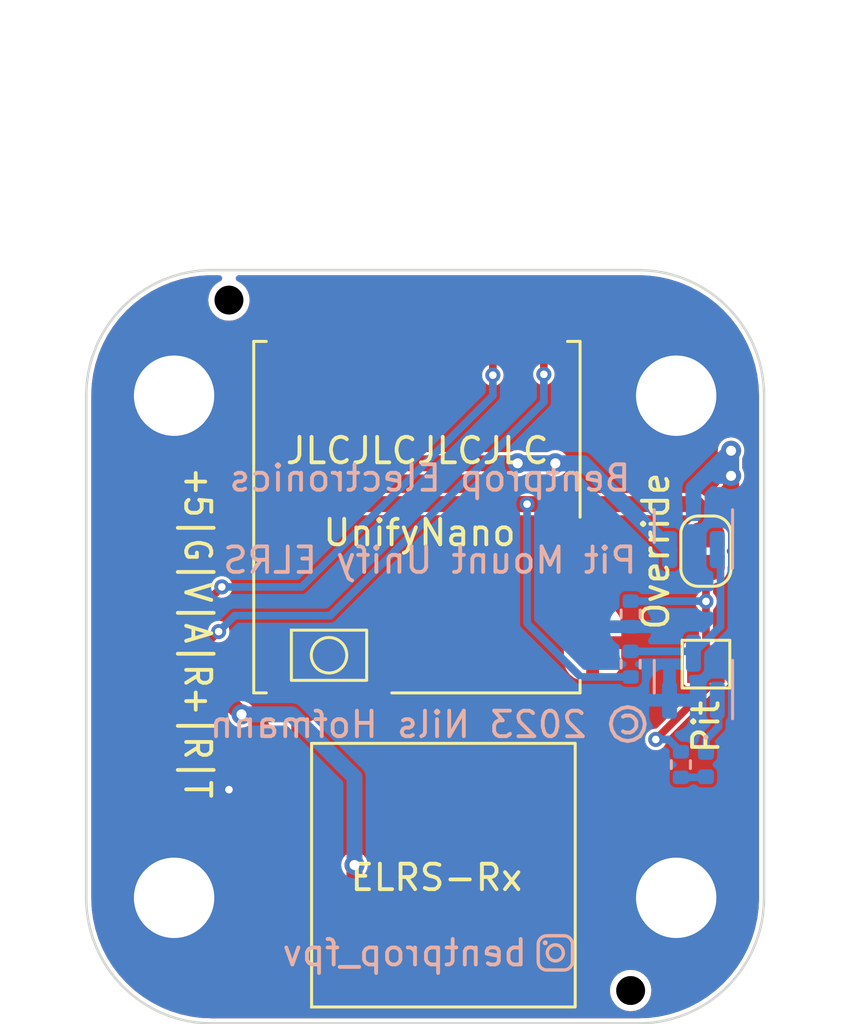
<source format=kicad_pcb>
(kicad_pcb (version 20221018) (generator pcbnew)
  (layers (0 "F.Cu" signal) (31 "B.Cu" signal) (34 "B.Paste" user) (35 "F.Paste" user) (36 "B.SilkS" user "B.Silkscreen") (37 "F.SilkS" user "F.Silkscreen") (38 "B.Mask" user) (39 "F.Mask" user) (44 "Edge.Cuts" user))
  (net 0 "")
  (net 1 "+5V")
  (net 2 "GND")
  (net 3 "/Vid")
  (net 4 "/SA")
  (net 5 "/RX+5V")
  (net 6 "/RX")
  (net 7 "/TX")
  (net 8 "Net-(JP1-Pad2)")
  (net 10 "Net-(Q1-Pad3)")
  (net 11 "Net-(D1-Pad1)")
  (net 12 "Net-(D1-Pad2)")
  (net 13 "/VTXPwr")
  (footprint "PitMount:ELRS-Rx" (layer "F.Cu") (at 144.291501 115.155 90)
    (fp_text reference "U2" hide)
    (fp_text value "ELRS-Rx" (at 5.154991 4.970507 unlocked) (layer "F.SilkS") (effects (font (size 1.016 1.016) (thickness 0.1524))))
    (fp_rect (start 0 0) (end 10.499999 10.499999) (stroke (width 0.12)) (fill none) (layer "F.SilkS"))
    (pad "1" connect roundrect (at 1.5 -1 180) (size 2.286 1.27) (layers "F.Cu" "F.Mask") (net 2 "GND"))
    (pad "2" connect roundrect (at 4 -1 180) (size 2.286 1.27) (layers "F.Cu" "F.Mask") (net 5 "/RX+5V"))
    (pad "3" connect roundrect (at 6.5 -1 180) (size 2.286 1.27) (layers "F.Cu" "F.Mask") (net 7 "/TX"))
    (pad "4" connect roundrect (at 9 -1 180) (size 2.286 1.27) (layers "F.Cu" "F.Mask") (net 6 "/RX"))
  )
  (footprint "Jumper:SolderJumper-2_P1.3mm_Open_RoundedPad1.0x1.5mm" (layer "F.Cu") (at 160 97 -90)
    (fp_text reference "JP1" hide)
    (fp_text value "SolderJumper_2_Open")
    (fp_line (start -1.4 0.3) (end -1.4 -0.3) (stroke (width 0.12)) (layer "F.SilkS"))
    (fp_line (start -0.7 -1) (end 0.7 -1) (stroke (width 0.12)) (layer "F.SilkS"))
    (fp_line (start 0.7 1) (end -0.7 1) (stroke (width 0.12)) (layer "F.SilkS"))
    (fp_line (start 1.4 -0.3) (end 1.4 0.3) (stroke (width 0.12)) (layer "F.SilkS"))
    (fp_arc (start -1.4 -0.3) (mid -1.194975 -0.794975) (end -0.7 -1) (stroke (width 0.12)) (layer "F.SilkS"))
    (fp_arc (start -0.7 1) (mid -1.194975 0.794975) (end -1.4 0.3) (stroke (width 0.12)) (layer "F.SilkS"))
    (fp_arc (start 0.7 -1) (mid 1.194975 -0.794975) (end 1.4 -0.3) (stroke (width 0.12)) (layer "F.SilkS"))
    (fp_arc (start 1.4 0.3) (mid 1.194975 0.794975) (end 0.7 1) (stroke (width 0.12)) (layer "F.SilkS"))
    (pad "1" smd custom (at -0.65 0 270) (size 1 0.5) (layers "F.Cu" "F.Mask") (net 1 "+5V") (options (clearance outline) (anchor rect)) (primitives (gr_circle (center 0 0.25) (end 0.5 0.25) (width 0) (fill yes)) (gr_circle (center 0 -0.25) (end 0.5 -0.25) (width 0) (fill yes)) (gr_poly (pts (xy 0.5 0.75) (xy 0 0.75) (xy 0 -0.75) (xy 0.5 -0.75)) (width 0) (fill yes))))
    (pad "2" smd custom (at 0.65 0 270) (size 1 0.5) (layers "F.Cu" "F.Mask") (net 8 "Net-(JP1-Pad2)") (options (clearance outline) (anchor rect)) (primitives (gr_circle (center 0 0.25) (end 0.5 0.25) (width 0) (fill yes)) (gr_circle (center 0 -0.25) (end 0.5 -0.25) (width 0) (fill yes)) (gr_poly (pts (xy 0 0.75) (xy -0.5 0.75) (xy -0.5 -0.75) (xy 0 -0.75)) (width 0) (fill yes))))
  )
  (footprint "PitMount:Tooling Hole" (layer "F.Cu") (at 141 87)
    (fp_text reference "H5" hide)
    (fp_text value "Tooling_Hole")
    (pad "" np_thru_hole circle (at 0 0) (size 1.152 1.152) (drill 1.152) (layers "*.Mask"))
  )
  (footprint "PitMount:3.2mm_PTH" (layer "F.Cu") (at 158.814 90.808)
    (fp_text reference "H2" hide)
    (fp_text value "MountingHole_Pad")
    (pad "1" thru_hole circle locked (at 0 0) (size 3.7 3.7) (drill 3.2) (layers "*.Cu" "*.Mask") (net 2 "GND"))
  )
  (footprint "TestPoint:TestPoint_Pad_1.5x1.5mm" (layer "F.Cu") (at 160 101.5 90)
    (fp_text reference "TP1" hide)
    (fp_text value "TestPoint")
    (fp_line (start -0.95 -0.95) (end 0.95 -0.95) (stroke (width 0.12)) (layer "F.SilkS"))
    (fp_line (start -0.95 0.95) (end -0.95 -0.95) (stroke (width 0.12)) (layer "F.SilkS"))
    (fp_line (start 0.95 -0.95) (end 0.95 0.95) (stroke (width 0.12)) (layer "F.SilkS"))
    (fp_line (start 0.95 0.95) (end -0.95 0.95) (stroke (width 0.12)) (layer "F.SilkS"))
    (pad "1" smd rect (at 0 0 90) (size 1.5 1.5) (layers "F.Cu" "F.Mask") (net 8 "Net-(JP1-Pad2)"))
  )
  (footprint "PitMount:3.2mm_PTH" (layer "F.Cu") (at 138.814 90.808)
    (fp_text reference "H1" hide)
    (fp_text value "MountingHole_Pad")
    (pad "1" thru_hole circle locked (at 0 0) (size 3.7 3.7) (drill 3.2) (layers "*.Cu" "*.Mask") (net 2 "GND"))
  )
  (footprint "PitMount:3.2mm_PTH" (layer "F.Cu") (at 158.814 110.808)
    (fp_text reference "H4" hide)
    (fp_text value "MountingHole_Pad")
    (pad "1" thru_hole circle locked (at 0 0) (size 3.7 3.7) (drill 3.2) (layers "*.Cu" "*.Mask") (net 2 "GND"))
  )
  (footprint "PitMount:3.2mm_PTH" (layer "F.Cu") (at 138.814 110.808)
    (fp_text reference "H3" hide)
    (fp_text value "MountingHole_Pad")
    (pad "1" thru_hole circle locked (at 0 0) (size 3.7 3.7) (drill 3.2) (layers "*.Cu" "*.Mask") (net 2 "GND"))
  )
  (footprint "PitMount:Tooling Hole" (layer "F.Cu") (at 157 114.5)
    (fp_text reference "H6" hide)
    (fp_text value "Tooling_Hole")
    (pad "" np_thru_hole circle (at 0 0) (size 1.152 1.152) (drill 1.152) (layers "*.Mask"))
  )
  (footprint "PitMount:VTXConn" (layer "F.Cu") (at 137.544 95.126)
    (fp_text reference "J1" hide)
    (fp_text value "Conn_01x07")
    (pad "1" smd roundrect (at 0 0) (size 2.286 1.524) (layers "F.Cu" "F.Mask") (net 1 "+5V"))
    (pad "2" smd roundrect (at 0 1.905) (size 2.286 1.524) (layers "F.Cu" "F.Mask") (net 2 "GND"))
    (pad "3" smd roundrect (at 0 3.81) (size 2.286 1.524) (layers "F.Cu" "F.Mask") (net 3 "/Vid"))
    (pad "4" smd roundrect (at 0 5.715) (size 2.286 1.524) (layers "F.Cu" "F.Mask") (net 4 "/SA"))
    (pad "5" smd roundrect (at 0 7.62) (size 2.286 1.524) (layers "F.Cu" "F.Mask") (net 5 "/RX+5V"))
    (pad "6" smd roundrect (at 0 9.525) (size 2.286 1.524) (layers "F.Cu" "F.Mask") (net 6 "/RX"))
    (pad "7" smd roundrect (at 0 11.43) (size 2.286 1.524) (layers "F.Cu" "F.Mask") (net 7 "/TX"))
  )
  (footprint "PitMount:UnifyNano" (layer "F.Cu") (at 141.986 88.646)
    (fp_text reference "U1" hide)
    (fp_text value "UnifyNano" (at 6.604 7.62 unlocked) (layer "F.SilkS") (effects (font (size 1.016 1.016) (thickness 0.1524))))
    (fp_line (start 0 0) (end 0 14) (stroke (width 0.12)) (layer "F.SilkS"))
    (fp_line (start 0 0) (end 0.5 0) (stroke (width 0.12)) (layer "F.SilkS"))
    (fp_line (start 0 14) (end 0.5 14) (stroke (width 0.12)) (layer "F.SilkS"))
    (fp_line (start 5.5 14) (end 13 14) (stroke (width 0.12)) (layer "F.SilkS"))
    (fp_line (start 12.5 0) (end 13 0) (stroke (width 0.12)) (layer "F.SilkS"))
    (fp_line (start 13 7) (end 13 0) (stroke (width 0.12)) (layer "F.SilkS"))
    (fp_line (start 13 14) (end 13 13.5) (stroke (width 0.12)) (layer "F.SilkS"))
    (fp_rect (start 1.5 11.5) (end 4.5 13.5) (stroke (width 0.12)) (fill none) (layer "F.SilkS"))
    (fp_circle (center 3 12.5) (end 3.5 12) (stroke (width 0.12)) (fill none) (layer "F.SilkS"))
    (pad "1" smd roundrect (at 1.5 -1 90) (size 2.286 1.27) (layers "F.Cu" "F.Mask") (net 13 "/VTXPwr"))
    (pad "2" smd roundrect (at 3.5 -1 90) (size 2.286 1.27) (layers "F.Cu" "F.Mask") (net 2 "GND"))
    (pad "3" smd roundrect (at 5.5 -1 90) (size 2.286 1.27) (layers "F.Cu" "F.Mask"))
    (pad "4" smd roundrect (at 7.5 -1 90) (size 2.286 1.27) (layers "F.Cu" "F.Mask") (net 2 "GND"))
    (pad "5" smd roundrect (at 9.5 -1 90) (size 2.286 1.27) (layers "F.Cu" "F.Mask") (net 3 "/Vid"))
    (pad "6" smd roundrect (at 11.5 -1 90) (size 2.286 1.27) (layers "F.Cu" "F.Mask") (net 4 "/SA"))
    (pad "7" connect roundrect (at 1.75 14.5) (size 1.5 1.27) (layers "F.Cu" "F.Mask") (net 2 "GND"))
    (pad "8" connect roundrect (at 4.25 14.5) (size 1.5 1.27) (layers "F.Cu" "F.Mask") (net 2 "GND"))
    (pad "9" connect roundrect (at 13.5 12) (size 1.27 2) (layers "F.Cu" "F.Mask") (net 2 "GND"))
    (pad "10" connect roundrect (at 13.5 8.5) (size 1.27 2) (layers "F.Cu" "F.Mask"))
  )
  (footprint "LED_SMD:LED_0402_1005Metric" (layer "B.Cu") (at 160 105.5 -90)
    (fp_text reference "D1" hide)
    (fp_text value "2SA0402S11A0JT01" hide)
    (fp_circle (center -1.09 0) (end -1.04 0) (stroke (width 0.1)) (fill none) (layer "B.SilkS"))
    (pad "1" smd roundrect (at -0.485 0 270) (size 0.59 0.64) (layers "B.Cu" "B.Paste" "B.Mask") (net 11 "Net-(D1-Pad1)"))
    (pad "2" smd roundrect (at 0.485 0 270) (size 0.59 0.64) (layers "B.Cu" "B.Paste" "B.Mask") (net 12 "Net-(D1-Pad2)"))
  )
  (footprint "LOGO" (layer "B.Cu") (at 154 113 180)
    (fp_text reference "G***" hide)
    (fp_text value "LOGO" hide)
    (fp_poly (pts (xy 0.429682 0.494921) (xy 0.44871 0.48697) (xy 0.465834 0.475096) (xy 0.480315 0.459526) (xy 0.49141 0.440484) (xy 0.498379 0.418198) (xy 0.49858 0.417141) (xy 0.499736 0.395537) (xy 0.495645 0.374209) (xy 0.486878 0.354114) (xy 0.474009 0.336207) (xy 0.45761 0.321444) (xy 0.438254 0.310779) (xy 0.433848 0.309143) (xy 0.41736 0.305686) (xy 0.398452 0.305089) (xy 0.379782 0.307286) (xy 0.367293 0.310818) (xy 0.348046 0.321188) (xy 0.331732 0.33583) (xy 0.31889 0.353736) (xy 0.310059 0.373895) (xy 0.305781 0.395297) (xy 0.306594 0.416933) (xy 0.307672 0.422326) (xy 0.312103 0.437755) (xy 0.317922 0.450042) (xy 0.326519 0.461802) (xy 0.331952 0.467929) (xy 0.349373 0.48298) (xy 0.368598 0.492979) (xy 0.388885 0.498152) (xy 0.409494 0.498724)) (fill solid) (layer "B.SilkS"))
    (fp_poly (pts (xy 0.047835 0.383481) (xy 0.093736 0.374988) (xy 0.135941 0.36186) (xy 0.178088 0.342939) (xy 0.217506 0.319131) (xy 0.253786 0.29089) (xy 0.286516 0.25867) (xy 0.315287 0.222927) (xy 0.339688 0.184114) (xy 0.359307 0.142687) (xy 0.373735 0.099099) (xy 0.373904 0.098451) (xy 0.382968 0.052541) (xy 0.386405 0.00675) (xy 0.384432 -0.038502) (xy 0.377266 -0.082796) (xy 0.365123 -0.125713) (xy 0.348221 -0.166833) (xy 0.326777 -0.205736) (xy 0.301007 -0.242003) (xy 0.271129 -0.275215) (xy 0.237358 -0.304951) (xy 0.199913 -0.330793) (xy 0.159009 -0.352321) (xy 0.135941 -0.361861) (xy 0.095549 -0.374377) (xy 0.053084 -0.382561) (xy 0.01001 -0.386258) (xy -0.032207 -0.385313) (xy -0.057134 -0.382356) (xy -0.10339 -0.372174) (xy -0.147228 -0.356936) (xy -0.188346 -0.336991) (xy -0.226447 -0.312685) (xy -0.26123 -0.284366) (xy -0.292395 -0.252382) (xy -0.319643 -0.217081) (xy -0.342675 -0.17881) (xy -0.36119 -0.137918) (xy -0.374889 -0.094751) (xy -0.383472 -0.049657) (xy -0.38664 -0.002985) (xy -0.386652 0) (xy -0.25026 0) (xy -0.250196 -0.018363) (xy -0.249904 -0.032194) (xy -0.249236 -0.04282) (xy -0.248039 -0.05157) (xy -0.246166 -0.059769) (xy -0.243465 -0.068747) (xy -0.241987 -0.07325) (xy -0.231661 -0.100818) (xy -0.219988 -0.124506) (xy -0.205862 -0.14629) (xy -0.190274 -0.165746) (xy -0.16447 -0.191235) (xy -0.134598 -0.213137) (xy -0.101597 -0.230907) (xy -0.066406 -0.244001) (xy -0.046688 -0.248964) (xy -0.038904 -0.249911) (xy -0.026803 -0.250574) (xy -0.011923 -0.2509) (xy 0.004197 -0.250839) (xy 0.007325 -0.250778) (xy 0.024772 -0.250263) (xy 0.038072 -0.249443) (xy 0.048937 -0.24807) (xy 0.059079 -0.245892) (xy 0.070211 -0.242661) (xy 0.07618 -0.240738) (xy 0.112195 -0.225943) (xy 0.144957 -0.206396) (xy 0.174143 -0.182418) (xy 0.199431 -0.154331) (xy 0.2205 -0.122455) (xy 0.237029 -0.087112) (xy 0.240954 -0.07618) (xy 0.244436 -0.065549) (xy 0.246925 -0.056779) (xy 0.248587 -0.048515) (xy 0.24959 -0.039402) (xy 0.250098 -0.028085) (xy 0.250279 -0.013209) (xy 0.250299 0) (xy 0.250249 0.018161) (xy 0.249987 0.031819) (xy 0.249347 0.042326) (xy 0.248162 0.05104) (xy 0.246267 0.059314) (xy 0.243495 0.068503) (xy 0.240954 0.076179) (xy 0.225731 0.11274) (xy 0.205838 0.145795) (xy 0.181397 0.175194) (xy 0.15253 0.200786) (xy 0.12599 0.218619) (xy 0.112709 0.225664) (xy 0.096659 0.233008) (xy 0.080715 0.239364) (xy 0.07618 0.240953) (xy 0.065549 0.244435) (xy 0.056779 0.246924) (xy 0.048515 0.248587) (xy 0.039402 0.249589) (xy 0.028085 0.250097) (xy 0.013209 0.250278) (xy 0 0.250299) (xy -0.018161 0.250248) (xy -0.031819 0.249986) (xy -0.042326 0.249346) (xy -0.05104 0.248161) (xy -0.059314 0.246266) (xy -0.068503 0.243494) (xy -0.076179 0.240953) (xy -0.11143 0.22628) (xy -0.143952 0.207029) (xy -0.172908 0.183751) (xy -0.190274 0.165745) (xy -0.207523 0.143992) (xy -0.221333 0.122099) (xy -0.23281 0.09809) (xy -0.241987 0.073249) (xy -0.245096 0.063515) (xy -0.247313 0.055139) (xy -0.248787 0.046793) (xy -0.249668 0.03715) (xy -0.250105 0.024882) (xy -0.25025 0.008662) (xy -0.25026 0) (xy -0.386652 0) (xy -0.383799 0.046454) (xy -0.375436 0.091673) (xy -0.361856 0.135234) (xy -0.343352 0.176713) (xy -0.320217 0.215687) (xy -0.292745 0.251734) (xy -0.261228 0.284429) (xy -0.22596 0.31335) (xy -0.187235 0.338074) (xy -0.145344 0.358178) (xy -0.13594 0.36186) (xy -0.091217 0.375605) (xy -0.045264 0.38379) (xy 0.001294 0.386415)) (fill solid) (layer "B.SilkS"))
    (fp_poly (pts (xy 0.042188 0.750545) (xy 0.084724 0.750461) (xy 0.126368 0.75032) (xy 0.166669 0.750123) (xy 0.205179 0.74987) (xy 0.241446 0.74956) (xy 0.275021 0.749193) (xy 0.305453 0.74877) (xy 0.332293 0.748289) (xy 0.35509 0.747753) (xy 0.373394 0.747159) (xy 0.386755 0.746509) (xy 0.394723 0.745803) (xy 0.394907 0.745776) (xy 0.44314 0.735676) (xy 0.489019 0.720394) (xy 0.532234 0.70024) (xy 0.572475 0.675524) (xy 0.609432 0.646557) (xy 0.642795 0.613648) (xy 0.672254 0.577108) (xy 0.697498 0.537246) (xy 0.718218 0.494373) (xy 0.734104 0.448799) (xy 0.744844 0.400833) (xy 0.745777 0.394906) (xy 0.746485 0.387145) (xy 0.747137 0.373974) (xy 0.747733 0.355843) (xy 0.748272 0.333203) (xy 0.748754 0.306504) (xy 0.74918 0.276195) (xy 0.749549 0.242728) (xy 0.749861 0.206551) (xy 0.750117 0.168116) (xy 0.750316 0.127872) (xy 0.750459 0.08627) (xy 0.750545 0.043759) (xy 0.750574 0.000789) (xy 0.750547 -0.042188) (xy 0.750463 -0.084724) (xy 0.750322 -0.126368) (xy 0.750125 -0.166669) (xy 0.749871 -0.205179) (xy 0.749561 -0.241446) (xy 0.749194 -0.275021) (xy 0.748771 -0.305453) (xy 0.74829 -0.332293) (xy 0.747754 -0.35509) (xy 0.74716 -0.373394) (xy 0.74651 -0.386755) (xy 0.745804 -0.394723) (xy 0.745777 -0.394907) (xy 0.735677 -0.44314) (xy 0.720395 -0.489019) (xy 0.700241 -0.532234) (xy 0.675525 -0.572475) (xy 0.646558 -0.609432) (xy 0.613649 -0.642795) (xy 0.577109 -0.672254) (xy 0.537247 -0.697498) (xy 0.494374 -0.718218) (xy 0.4488 -0.734104) (xy 0.400834 -0.744844) (xy 0.394907 -0.745777) (xy 0.387589 -0.746422) (xy 0.374873 -0.747017) (xy 0.357204 -0.747559) (xy 0.335026 -0.74805) (xy 0.308782 -0.748489) (xy 0.278917 -0.748877) (xy 0.245875 -0.749213) (xy 0.210099 -0.749498) (xy 0.172034 -0.749732) (xy 0.132124 -0.749914) (xy 0.090812 -0.750045) (xy 0.048542 -0.750125) (xy 0.005759 -0.750154) (xy -0.037094 -0.750132) (xy -0.079572 -0.750059) (xy -0.121232 -0.749935) (xy -0.161629 -0.749761) (xy -0.20032 -0.749535) (xy -0.236861 -0.749259) (xy -0.270808 -0.748932) (xy -0.301716 -0.748554) (xy -0.329142 -0.748126) (xy -0.352642 -0.747647) (xy -0.371772 -0.747118) (xy -0.386087 -0.746539) (xy -0.395145 -0.745909) (xy -0.397012 -0.745673) (xy -0.445447 -0.735112) (xy -0.491519 -0.719376) (xy -0.534907 -0.69875) (xy -0.575285 -0.673519) (xy -0.61233 -0.643965) (xy -0.645718 -0.610375) (xy -0.675125 -0.573033) (xy -0.700228 -0.532223) (xy -0.720703 -0.488229) (xy -0.733904 -0.449662) (xy -0.7362 -0.441713) (xy -0.738268 -0.434311) (xy -0.740119 -0.42712) (xy -0.741767 -0.41981) (xy -0.743221 -0.412048) (xy -0.744495 -0.403501) (xy -0.745601 -0.393836) (xy -0.74633 -0.385293) (xy -0.61383 -0.385293) (xy -0.60713 -0.408425) (xy -0.592918 -0.447557) (xy -0.573978 -0.483504) (xy -0.550563 -0.51595) (xy -0.522925 -0.544579) (xy -0.491314 -0.569074) (xy -0.468281 -0.582885) (xy -0.447266 -0.592922) (xy -0.424271 -0.601808) (xy -0.401709 -0.608684) (xy -0.386277 -0.612049) (xy -0.381362 -0.612383) (xy -0.370925 -0.612696) (xy -0.355305 -0.612986) (xy -0.33484 -0.613252) (xy -0.30987 -0.61349) (xy -0.280731 -0.6137) (xy -0.247762 -0.613879) (xy -0.211302 -0.614026) (xy -0.17169 -0.614139) (xy -0.129263 -0.614216) (xy -0.084359 -0.614255) (xy -0.037319 -0.614254) (xy 0.00879 -0.614215) (xy 0.388223 -0.613745) (xy 0.410198 -0.607051) (xy 0.449615 -0.592142) (xy 0.485623 -0.572589) (xy 0.517958 -0.548659) (xy 0.546359 -0.520617) (xy 0.57056 -0.488727) (xy 0.5903 -0.453255) (xy 0.605316 -0.414468) (xy 0.607131 -0.408425) (xy 0.613831 -0.385293) (xy 0.613831 0.385292) (xy 0.607131 0.408424) (xy 0.592846 0.447666) (xy 0.573803 0.483637) (xy 0.550288 0.516051) (xy 0.522586 0.544624) (xy 0.490981 0.569071) (xy 0.455758 0.589108) (xy 0.417201 0.60445) (xy 0.408425 0.60713) (xy 0.385293 0.61383) (xy -0.385292 0.61383) (xy -0.408424 0.60713) (xy -0.447517 0.59289) (xy -0.483422 0.573885) (xy -0.515826 0.550428) (xy -0.544417 0.522832) (xy -0.568881 0.491408) (xy -0.588907 0.456468) (xy -0.604181 0.418325) (xy -0.607105 0.408732) (xy -0.61383 0.385292) (xy -0.61383 -0.385293) (xy -0.74633 -0.385293) (xy -0.74655 -0.382722) (xy -0.747354 -0.369825) (xy -0.748025 -0.354813) (xy -0.748576 -0.337353) (xy -0.749018 -0.317113) (xy -0.749364 -0.293761) (xy -0.749624 -0.266964) (xy -0.749812 -0.236389) (xy -0.749938 -0.201704) (xy -0.750016 -0.162576) (xy -0.750057 -0.118673) (xy -0.750072 -0.069663) (xy -0.750074 -0.015212) (xy -0.750074 0) (xy -0.750066 0.055501) (xy -0.750036 0.105453) (xy -0.749984 0.150165) (xy -0.749904 0.189949) (xy -0.749794 0.225115) (xy -0.749651 0.255973) (xy -0.74947 0.282833) (xy -0.749249 0.306006) (xy -0.748984 0.325803) (xy -0.748672 0.342533) (xy -0.74831 0.356508) (xy -0.747893 0.368037) (xy -0.747419 0.377431) (xy -0.746885 0.385) (xy -0.746286 0.391056) (xy -0.745776 0.394906) (xy -0.735676 0.443139) (xy -0.720394 0.489018) (xy -0.70024 0.532233) (xy -0.675524 0.572474) (xy -0.646557 0.609431) (xy -0.613648 0.642794) (xy -0.577108 0.672253) (xy -0.537246 0.697497) (xy -0.494373 0.718217) (xy -0.448799 0.734103) (xy -0.400833 0.744843) (xy -0.394906 0.745776) (xy -0.387145 0.746484) (xy -0.373974 0.747136) (xy -0.355843 0.747732) (xy -0.333203 0.748271) (xy -0.306504 0.748753) (xy -0.276195 0.749179) (xy -0.242728 0.749548) (xy -0.206551 0.74986) (xy -0.168116 0.750115) (xy -0.127872 0.750314) (xy -0.08627 0.750457) (xy -0.043759 0.750543) (xy -0.000789 0.750572)) (fill solid) (layer "B.SilkS"))
  )
  (footprint "Package_TO_SOT_SMD:SOT-23" (layer "B.Cu") (at 159.5 102 90)
    (fp_text reference "Q1" hide)
    (fp_text value "BC817")
    (fp_line (start 0 -1.56) (end -0.65 -1.56) (stroke (width 0.12)) (layer "B.SilkS"))
    (fp_line (start 0 -1.56) (end 0.65 -1.56) (stroke (width 0.12)) (layer "B.SilkS"))
    (fp_line (start 0 1.56) (end -1.675 1.56) (stroke (width 0.12)) (layer "B.SilkS"))
    (fp_line (start 0 1.56) (end 0.65 1.56) (stroke (width 0.12)) (layer "B.SilkS"))
    (pad "1" smd roundrect (at -0.9375 0.95 90) (size 1.475 0.6) (layers "B.Cu" "B.Paste" "B.Mask") (net 11 "Net-(D1-Pad1)"))
    (pad "2" smd roundrect (at -0.9375 -0.95 90) (size 1.475 0.6) (layers "B.Cu" "B.Paste" "B.Mask") (net 2 "GND"))
    (pad "3" smd roundrect (at 0.9375 0 90) (size 1.475 0.6) (layers "B.Cu" "B.Paste" "B.Mask") (net 10 "Net-(Q1-Pad3)"))
  )
  (footprint "Resistor_SMD:R_0402_1005Metric" (layer "B.Cu") (at 157 99.5 -90)
    (fp_text reference "R1" hide)
    (fp_text value "10k")
    (fp_line (start -0.153641 -0.38) (end 0.153641 -0.38) (stroke (width 0.12)) (layer "B.SilkS"))
    (fp_line (start -0.153641 0.38) (end 0.153641 0.38) (stroke (width 0.12)) (layer "B.SilkS"))
    (pad "1" smd roundrect (at -0.51 0 270) (size 0.54 0.64) (layers "B.Cu" "B.Paste" "B.Mask") (net 8 "Net-(JP1-Pad2)"))
    (pad "2" smd roundrect (at 0.51 0 270) (size 0.54 0.64) (layers "B.Cu" "B.Paste" "B.Mask") (net 2 "GND"))
  )
  (footprint "Resistor_SMD:R_0402_1005Metric" (layer "B.Cu") (at 157 101.5 90)
    (fp_text reference "R2" hide)
    (fp_text value "10k")
    (fp_line (start -0.153641 -0.38) (end 0.153641 -0.38) (stroke (width 0.12)) (layer "B.SilkS"))
    (fp_line (start -0.153641 0.38) (end 0.153641 0.38) (stroke (width 0.12)) (layer "B.SilkS"))
    (pad "1" smd roundrect (at -0.51 0 90) (size 0.54 0.64) (layers "B.Cu" "B.Paste" "B.Mask") (net 1 "+5V"))
    (pad "2" smd roundrect (at 0.51 0 90) (size 0.54 0.64) (layers "B.Cu" "B.Paste" "B.Mask") (net 10 "Net-(Q1-Pad3)"))
  )
  (footprint "Package_TO_SOT_SMD:SOT-23" (layer "B.Cu") (at 159.5 96 90)
    (fp_text reference "Q2" hide)
    (fp_text value "IRLML6401")
    (fp_line (start 0 -1.56) (end -0.65 -1.56) (stroke (width 0.12)) (layer "B.SilkS"))
    (fp_line (start 0 -1.56) (end 0.65 -1.56) (stroke (width 0.12)) (layer "B.SilkS"))
    (fp_line (start 0 1.56) (end -1.675 1.56) (stroke (width 0.12)) (layer "B.SilkS"))
    (fp_line (start 0 1.56) (end 0.65 1.56) (stroke (width 0.12)) (layer "B.SilkS"))
    (pad "1" smd roundrect (at -0.9375 0.95 90) (size 1.475 0.6) (layers "B.Cu" "B.Paste" "B.Mask") (net 10 "Net-(Q1-Pad3)"))
    (pad "2" smd roundrect (at -0.9375 -0.95 90) (size 1.475 0.6) (layers "B.Cu" "B.Paste" "B.Mask") (net 13 "/VTXPwr"))
    (pad "3" smd roundrect (at 0.9375 0 90) (size 1.475 0.6) (layers "B.Cu" "B.Paste" "B.Mask") (net 1 "+5V"))
  )
  (footprint "Resistor_SMD:R_0402_1005Metric" (layer "B.Cu") (at 159 105.5 -90)
    (fp_text reference "R3" hide)
    (fp_text value "470R")
    (fp_line (start -0.153641 -0.38) (end 0.153641 -0.38) (stroke (width 0.12)) (layer "B.SilkS"))
    (fp_line (start -0.153641 0.38) (end 0.153641 0.38) (stroke (width 0.12)) (layer "B.SilkS"))
    (pad "1" smd roundrect (at -0.51 0 270) (size 0.54 0.64) (layers "B.Cu" "B.Paste" "B.Mask") (net 8 "Net-(JP1-Pad2)"))
    (pad "2" smd roundrect (at 0.51 0 270) (size 0.54 0.64) (layers "B.Cu" "B.Paste" "B.Mask") (net 12 "Net-(D1-Pad2)"))
  )
  (gr_arc (start 135.314 90.808) (mid 136.778466 87.272466) (end 140.314 85.808) (stroke (width 0.1)) (layer "Edge.Cuts"))
  (gr_line (start 157.314 85.808) (end 140.314 85.808) (stroke (width 0.1)) (layer "Edge.Cuts"))
  (gr_arc (start 162.314 110.808) (mid 160.849534 114.343534) (end 157.314 115.808) (stroke (width 0.1)) (layer "Edge.Cuts"))
  (gr_arc (start 157.314 85.808) (mid 160.849534 87.272466) (end 162.314 90.808) (stroke (width 0.1)) (layer "Edge.Cuts"))
  (gr_line (start 140.314 115.808) (end 157.314 115.808) (stroke (width 0.1)) (layer "Edge.Cuts"))
  (gr_line (start 135.314 90.808) (end 135.314 110.808) (stroke (width 0.1)) (layer "Edge.Cuts"))
  (gr_arc (start 140.314 115.808) (mid 136.778466 114.343534) (end 135.314 110.808) (stroke (width 0.1)) (layer "Edge.Cuts"))
  (gr_line (start 162.314 110.808) (end 162.314 90.808) (stroke (width 0.1)) (layer "Edge.Cuts"))
  (gr_text "Bentprop Electronics\n\nPit Mount Unify ELRS\n\n\n\n© 2023 Nils Hofmann" (at 149 99) (layer "B.SilkS") (effects (font (size 1.016 1.016) (thickness 0.1524)) (justify mirror)))
  (gr_text "bentprop_fpv" (at 148 113) (layer "B.SilkS") (effects (font (size 1.016 1.016) (thickness 0.1524)) (justify mirror)))
  (gr_text "Pit" (at 160 104 90) (layer "F.SilkS") (effects (font (size 1.016 1.016) (thickness 0.1524))))
  (gr_text "Override" (at 158 97 90) (layer "F.SilkS") (effects (font (size 1.016 1.016) (thickness 0.1524))))
  (gr_text "JLCJLCJLCJLC" (at 148.5 93) (layer "F.SilkS") (effects (font (size 1.016 1.016) (thickness 0.1524))))
  (gr_text "+5|G|V|A|R+|R|T" (at 139.75 100.25 270) (layer "F.SilkS") (effects (font (size 1 0.9) (thickness 0.1524))))
  (segment (start 160 95.5) (end 161 94.5) (width 0.635) (layer "F.Cu") (net 1))
  (segment (start 160 95.5) (end 160 96.35) (width 0.635) (layer "F.Cu") (net 1))
  (segment (start 161 94.5) (end 161 93) (width 0.635) (layer "F.Cu") (net 1))
  (segment (start 159.626 95.126) (end 160 95.5) (width 0.635) (layer "F.Cu") (net 1))
  (segment (start 152.874 95.126) (end 151.626 95.126) (width 0.635) (layer "F.Cu") (net 1))
  (segment (start 151.626 95.126) (end 159.626 95.126) (width 0.635) (layer "F.Cu") (net 1))
  (segment (start 151.626 95.126) (end 137.544 95.126) (width 0.635) (layer "F.Cu") (net 1))
  (via (at 152.874 95.126) (size 0.6) (drill 0.3) (layers "F.Cu" "B.Cu") (net 1))
  (via (at 161 94) (size 0.8) (drill 0.4) (layers "F.Cu" "B.Cu") (net 1))
  (via (at 161 93) (size 0.8) (drill 0.4) (layers "F.Cu" "B.Cu") (net 1))
  (segment (start 152.874 99.874) (end 155.01 102.01) (width 0.3048) (layer "B.Cu") (net 1))
  (segment (start 161 94) (end 160.5 94) (width 0.635) (layer "B.Cu") (net 1))
  (segment (start 152.874 95.126) (end 152.874 99.874) (width 0.3048) (layer "B.Cu") (net 1))
  (segment (start 155.01 102.01) (end 157 102.01) (width 0.3048) (layer "B.Cu") (net 1))
  (segment (start 159.5 94.5) (end 160.25 93.75) (width 0.635) (layer "B.Cu") (net 1))
  (segment (start 161 93) (end 161 94) (width 0.635) (layer "B.Cu") (net 1))
  (segment (start 160.5 94) (end 160.25 93.75) (width 0.635) (layer "B.Cu") (net 1))
  (segment (start 160.25 93.75) (end 161 93) (width 0.635) (layer "B.Cu") (net 1))
  (segment (start 159.5 95.0625) (end 159.5 94.5) (width 0.635) (layer "B.Cu") (net 1))
  (via (at 141 106.5) (size 0.6) (drill 0.3) (layers "F.Cu" "B.Cu") (net 2))
  (segment (start 137.544 98.936) (end 140.205 98.936) (width 0.3048) (layer "F.Cu") (net 3))
  (segment (start 151.511 89.916) (end 151.511 87.671) (width 0.3048) (layer "F.Cu") (net 3))
  (segment (start 151.511 87.671) (end 151.486 87.646) (width 0.3048) (layer "F.Cu") (net 3))
  (segment (start 140.205 98.936) (end 140.716 98.425) (width 0.3048) (layer "F.Cu") (net 3))
  (via (at 140.716 98.425) (size 0.6) (drill 0.3) (layers "F.Cu" "B.Cu") (net 3))
  (via (at 151.511 89.989) (size 0.6) (drill 0.3) (layers "F.Cu" "B.Cu") (net 3))
  (segment (start 151.511 90.805) (end 151.511 89.989) (width 0.3048) (layer "B.Cu") (net 3))
  (segment (start 143.891 98.425) (end 151.511 90.805) (width 0.3048) (layer "B.Cu") (net 3))
  (segment (start 140.716 98.425) (end 143.891 98.425) (width 0.3048) (layer "B.Cu") (net 3))
  (segment (start 139.951 100.841) (end 140.589 100.203) (width 0.3048) (layer "F.Cu") (net 4))
  (segment (start 153.543 89.916) (end 153.543 87.703) (width 0.3048) (layer "F.Cu") (net 4))
  (segment (start 137.544 100.841) (end 139.951 100.841) (width 0.3048) (layer "F.Cu") (net 4))
  (segment (start 153.543 87.703) (end 153.486 87.646) (width 0.3048) (layer "F.Cu") (net 4))
  (via (at 140.589 100.203) (size 0.6) (drill 0.3) (layers "F.Cu" "B.Cu") (net 4))
  (via (at 153.543 89.957) (size 0.6) (drill 0.3) (layers "F.Cu" "B.Cu") (net 4))
  (segment (start 145.034 99.568) (end 153.543 91.059) (width 0.3048) (layer "B.Cu") (net 4))
  (segment (start 140.589 100.203) (end 141.224 99.568) (width 0.3048) (layer "B.Cu") (net 4))
  (segment (start 144.526 99.568) (end 145.034 99.568) (width 0.3048) (layer "B.Cu") (net 4))
  (segment (start 153.543 91.059) (end 153.543 89.957) (width 0.3048) (layer "B.Cu") (net 4))
  (segment (start 141.224 99.568) (end 144.526 99.568) (width 0.3048) (layer "B.Cu") (net 4))
  (segment (start 137.544 102.746) (end 140.746 102.746) (width 0.635) (layer "F.Cu") (net 5))
  (segment (start 146 109.5) (end 146 110.5) (width 0.635) (layer "F.Cu") (net 5))
  (segment (start 146 110.5) (end 145.345 111.155) (width 0.635) (layer "F.Cu") (net 5))
  (segment (start 140.746 102.746) (end 141.5 103.5) (width 0.635) (layer "F.Cu") (net 5))
  (segment (start 145.345 111.155) (end 143.291501 111.155) (width 0.635) (layer "F.Cu") (net 5))
  (via (at 141.5 103.5) (size 0.8) (drill 0.4) (layers "F.Cu" "B.Cu") (net 5))
  (via (at 146 109.5) (size 0.8) (drill 0.4) (layers "F.Cu" "B.Cu") (net 5))
  (segment (start 145.5 105.5) (end 146 106) (width 0.635) (layer "B.Cu") (net 5))
  (segment (start 146 106) (end 146 109.5) (width 0.635) (layer "B.Cu") (net 5))
  (segment (start 143.5 103.5) (end 145.5 105.5) (width 0.635) (layer "B.Cu") (net 5))
  (segment (start 141.5 103.5) (end 143.5 103.5) (width 0.635) (layer "B.Cu") (net 5))
  (segment (start 143.291501 106.155) (end 142.155 106.155) (width 0.3048) (layer "F.Cu") (net 6))
  (segment (start 142.155 106.155) (end 140.651 104.651) (width 0.3048) (layer "F.Cu") (net 6))
  (segment (start 140.651 104.651) (end 137.544 104.651) (width 0.3048) (layer "F.Cu") (net 6))
  (segment (start 139.556 106.556) (end 141.655 108.655) (width 0.3048) (layer "F.Cu") (net 7))
  (segment (start 137.544 106.556) (end 139.556 106.556) (width 0.3048) (layer "F.Cu") (net 7))
  (segment (start 141.655 108.655) (end 143.291501 108.655) (width 0.3048) (layer "F.Cu") (net 7))
  (segment (start 160 97.65) (end 160 98.5) (width 0.3048) (layer "F.Cu") (net 8))
  (segment (start 160 102.5) (end 158 104.5) (width 0.3048) (layer "F.Cu") (net 8))
  (segment (start 160 98.5) (end 160 100) (width 0.3048) (layer "F.Cu") (net 8))
  (segment (start 160 101.5) (end 160 102.5) (width 0.3048) (layer "F.Cu") (net 8))
  (segment (start 160 101.5) (end 160 100) (width 0.3048) (layer "F.Cu") (net 8))
  (via (at 160 99) (size 0.6) (drill 0.3) (layers "F.Cu" "B.Cu") (net 8))
  (via (at 158 104.5) (size 0.6) (drill 0.3) (layers "F.Cu" "B.Cu") (net 8))
  (segment (start 159.99 98.99) (end 160 99) (width 0.3048) (layer "B.Cu") (net 8))
  (segment (start 158 104.5) (end 158.51 104.5) (width 0.3048) (layer "B.Cu") (net 8))
  (segment (start 157 98.99) (end 159.99 98.99) (width 0.3048) (layer "B.Cu") (net 8))
  (segment (start 158.51 104.5) (end 159 104.99) (width 0.3048) (layer "B.Cu") (net 8))
  (segment (start 159.506189 101.0625) (end 160.5789 99.989789) (width 0.3048) (layer "B.Cu") (net 10))
  (segment (start 160.5789 97.0664) (end 160.45 96.9375) (width 0.3048) (layer "B.Cu") (net 10))
  (segment (start 157 100.99) (end 159.4275 100.99) (width 0.3048) (layer "B.Cu") (net 10))
  (segment (start 159.5 101.0625) (end 159.506189 101.0625) (width 0.3048) (layer "B.Cu") (net 10))
  (segment (start 159.4275 100.99) (end 159.5 101.0625) (width 0.3048) (layer "B.Cu") (net 10))
  (segment (start 160.5789 99.989789) (end 160.5789 97.0664) (width 0.3048) (layer "B.Cu") (net 10))
  (segment (start 160.5 104) (end 160.5 102.9875) (width 0.3048) (layer "B.Cu") (net 11))
  (segment (start 160.5 102.9875) (end 160.45 102.9375) (width 0.3048) (layer "B.Cu") (net 11))
  (segment (start 160 104.5) (end 160.5 104) (width 0.3048) (layer "B.Cu") (net 11))
  (segment (start 160 105.015) (end 160 104.5) (width 0.3048) (layer "B.Cu") (net 11))
  (segment (start 159.975 106.01) (end 160 105.985) (width 0.3048) (layer "B.Cu") (net 12))
  (segment (start 159 106.01) (end 159.975 106.01) (width 0.3048) (layer "B.Cu") (net 12))
  (segment (start 143.344 90.766) (end 143.344 90.844) (width 0.635) (layer "F.Cu") (net 13))
  (segment (start 143.344 90.844) (end 144.5 92) (width 0.635) (layer "F.Cu") (net 13))
  (segment (start 143.344 90.766) (end 143.344 87.7955) (width 0.635) (layer "F.Cu") (net 13))
  (segment (start 144.5 92) (end 146 93.5) (width 0.635) (layer "F.Cu") (net 13))
  (segment (start 146 93.5) (end 154 93.5) (width 0.635) (layer "F.Cu") (net 13))
  (via (at 154 93.5) (size 0.8) (drill 0.4) (layers "F.Cu" "B.Cu") (net 13))
  (via (at 152.5 93.5) (size 0.8) (drill 0.4) (layers "F.Cu" "B.Cu") (net 13))
  (segment (start 155.1125 93.5) (end 152.5 93.5) (width 0.635) (layer "B.Cu") (net 13))
  (segment (start 154 93.5) (end 155.1125 93.5) (width 0.635) (layer "B.Cu") (net 13))
  (segment (start 155.1125 93.5) (end 158.55 96.9375) (width 0.635) (layer "B.Cu") (net 13))
  (zone (net 2) (net_name "GND") (layers "F&B.Cu") (connect_pads (clearance 0)) (min_thickness 0.254) (fill yes (thermal_gap 0.508) (thermal_bridge_width 0.508))
    (polygon (pts (xy 162.314 115.808) (xy 135.314 115.808) (xy 135.314 85.808) (xy 162.314 85.808)))
  )
)
</source>
